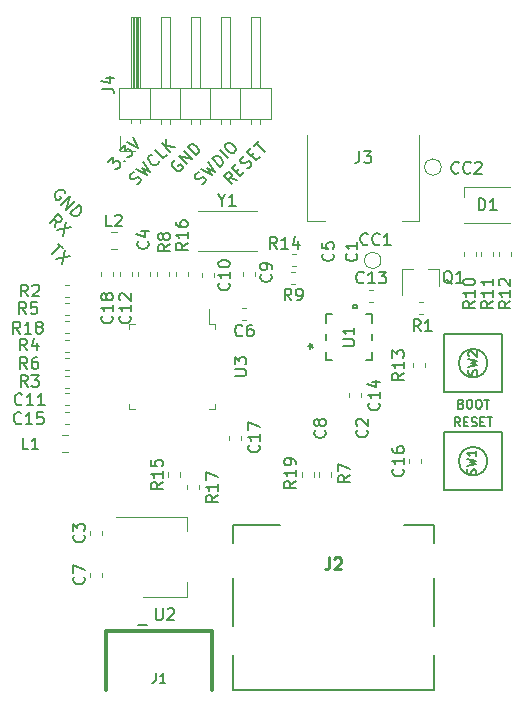
<source format=gbr>
G04 #@! TF.GenerationSoftware,KiCad,Pcbnew,(5.0.0-rc3)*
G04 #@! TF.CreationDate,2019-02-20T01:37:15+01:00*
G04 #@! TF.ProjectId,Adapter,416461707465722E6B696361645F7063,rev?*
G04 #@! TF.SameCoordinates,Original*
G04 #@! TF.FileFunction,Legend,Top*
G04 #@! TF.FilePolarity,Positive*
%FSLAX46Y46*%
G04 Gerber Fmt 4.6, Leading zero omitted, Abs format (unit mm)*
G04 Created by KiCad (PCBNEW (5.0.0-rc3)) date Wed Feb 20 01:37:15 2019*
%MOMM*%
%LPD*%
G01*
G04 APERTURE LIST*
%ADD10C,0.200000*%
%ADD11C,0.120000*%
%ADD12C,0.152400*%
%ADD13C,0.150000*%
%ADD14C,0.300000*%
%ADD15C,0.254000*%
G04 APERTURE END LIST*
D10*
X45484225Y-40655537D02*
X44911805Y-40554522D01*
X45080164Y-41059599D02*
X44373057Y-40352492D01*
X44642431Y-40083118D01*
X44743446Y-40049446D01*
X44810790Y-40049446D01*
X44911805Y-40083118D01*
X45012820Y-40184133D01*
X45046492Y-40285148D01*
X45046492Y-40352492D01*
X45012820Y-40453507D01*
X44743446Y-40722881D01*
X45416881Y-39982102D02*
X45652584Y-39746400D01*
X46123988Y-40015774D02*
X45787271Y-40352492D01*
X45080164Y-39645385D01*
X45416881Y-39308667D01*
X46359690Y-39712728D02*
X46494377Y-39645385D01*
X46662736Y-39477026D01*
X46696408Y-39376011D01*
X46696408Y-39308667D01*
X46662736Y-39207652D01*
X46595393Y-39140309D01*
X46494377Y-39106637D01*
X46427034Y-39106637D01*
X46326019Y-39140309D01*
X46157660Y-39241324D01*
X46056645Y-39274996D01*
X45989301Y-39274996D01*
X45888286Y-39241324D01*
X45820942Y-39173980D01*
X45787271Y-39072965D01*
X45787271Y-39005622D01*
X45820942Y-38904606D01*
X45989301Y-38736248D01*
X46123988Y-38668904D01*
X46730080Y-38668904D02*
X46965782Y-38433202D01*
X47437186Y-38702576D02*
X47100469Y-39039293D01*
X46393362Y-38332187D01*
X46730080Y-37995469D01*
X46932110Y-37793439D02*
X47336171Y-37389378D01*
X47841247Y-38298515D02*
X47134141Y-37591408D01*
X30984225Y-41777118D02*
X30950553Y-41676103D01*
X30849538Y-41575088D01*
X30714851Y-41507744D01*
X30580164Y-41507744D01*
X30479149Y-41541416D01*
X30310790Y-41642431D01*
X30209775Y-41743446D01*
X30108759Y-41911805D01*
X30075088Y-42012820D01*
X30075088Y-42147507D01*
X30142431Y-42282194D01*
X30209775Y-42349538D01*
X30344462Y-42416881D01*
X30411805Y-42416881D01*
X30647507Y-42181179D01*
X30512820Y-42046492D01*
X30647507Y-42787271D02*
X31354614Y-42080164D01*
X31051568Y-43191332D01*
X31758675Y-42484225D01*
X31388286Y-43528049D02*
X32095393Y-42820942D01*
X32263751Y-42989301D01*
X32331095Y-43123988D01*
X32331095Y-43258675D01*
X32297423Y-43359690D01*
X32196408Y-43528049D01*
X32095393Y-43629064D01*
X31927034Y-43730080D01*
X31826019Y-43763751D01*
X31691332Y-43763751D01*
X31556645Y-43696408D01*
X31388286Y-43528049D01*
X30348477Y-46074026D02*
X30752538Y-46478087D01*
X29843400Y-46983164D02*
X30550507Y-46276057D01*
X30920896Y-46646446D02*
X30685194Y-47824957D01*
X31392301Y-47117851D02*
X30213790Y-47353553D01*
X30062267Y-44702030D02*
X30163282Y-44129610D01*
X29658206Y-44297969D02*
X30365312Y-43590862D01*
X30634687Y-43860236D01*
X30668358Y-43961251D01*
X30668358Y-44028595D01*
X30634687Y-44129610D01*
X30533671Y-44230625D01*
X30432656Y-44264297D01*
X30365312Y-44264297D01*
X30264297Y-44230625D01*
X29994923Y-43961251D01*
X31005076Y-44230625D02*
X30769374Y-45409137D01*
X31476480Y-44702030D02*
X30297969Y-44937732D01*
X34568950Y-39156599D02*
X35006683Y-38718866D01*
X35040355Y-39223942D01*
X35141370Y-39122927D01*
X35242385Y-39089255D01*
X35309729Y-39089255D01*
X35410744Y-39122927D01*
X35579103Y-39291286D01*
X35612774Y-39392301D01*
X35612774Y-39459644D01*
X35579103Y-39560660D01*
X35377072Y-39762690D01*
X35276057Y-39796362D01*
X35208713Y-39796362D01*
X35949492Y-39055583D02*
X36016835Y-39055583D01*
X36016835Y-39122927D01*
X35949492Y-39122927D01*
X35949492Y-39055583D01*
X36016835Y-39122927D01*
X35579103Y-38146446D02*
X36016835Y-37708713D01*
X36050507Y-38213790D01*
X36151522Y-38112774D01*
X36252538Y-38079103D01*
X36319881Y-38079103D01*
X36420896Y-38112774D01*
X36589255Y-38281133D01*
X36622927Y-38382148D01*
X36622927Y-38449492D01*
X36589255Y-38550507D01*
X36387225Y-38752538D01*
X36286209Y-38786209D01*
X36218866Y-38786209D01*
X36218866Y-37506683D02*
X37161675Y-37978087D01*
X36690270Y-37035278D01*
X37012820Y-41059599D02*
X37147507Y-40992255D01*
X37315866Y-40823896D01*
X37349538Y-40722881D01*
X37349538Y-40655537D01*
X37315866Y-40554522D01*
X37248523Y-40487179D01*
X37147507Y-40453507D01*
X37080164Y-40453507D01*
X36979149Y-40487179D01*
X36810790Y-40588194D01*
X36709775Y-40621866D01*
X36642431Y-40621866D01*
X36541416Y-40588194D01*
X36474072Y-40520850D01*
X36440400Y-40419835D01*
X36440400Y-40352492D01*
X36474072Y-40251476D01*
X36642431Y-40083118D01*
X36777118Y-40015774D01*
X36979149Y-39746400D02*
X37854614Y-40285148D01*
X37484225Y-39645385D01*
X38123988Y-40015774D01*
X37585240Y-39140309D01*
X38898438Y-39106637D02*
X38898438Y-39173980D01*
X38831095Y-39308667D01*
X38763751Y-39376011D01*
X38629064Y-39443354D01*
X38494377Y-39443354D01*
X38393362Y-39409683D01*
X38225003Y-39308667D01*
X38123988Y-39207652D01*
X38022973Y-39039293D01*
X37989301Y-38938278D01*
X37989301Y-38803591D01*
X38056645Y-38668904D01*
X38123988Y-38601561D01*
X38258675Y-38534217D01*
X38326019Y-38534217D01*
X39605545Y-38534217D02*
X39268828Y-38870935D01*
X38561721Y-38163828D01*
X39841247Y-38298515D02*
X39134141Y-37591408D01*
X40245308Y-37894454D02*
X39538202Y-37793439D01*
X39538202Y-37187347D02*
X39538202Y-37995469D01*
X40277118Y-39015774D02*
X40176103Y-39049446D01*
X40075088Y-39150461D01*
X40007744Y-39285148D01*
X40007744Y-39419835D01*
X40041416Y-39520850D01*
X40142431Y-39689209D01*
X40243446Y-39790224D01*
X40411805Y-39891240D01*
X40512820Y-39924911D01*
X40647507Y-39924911D01*
X40782194Y-39857568D01*
X40849538Y-39790224D01*
X40916881Y-39655537D01*
X40916881Y-39588194D01*
X40681179Y-39352492D01*
X40546492Y-39487179D01*
X41287271Y-39352492D02*
X40580164Y-38645385D01*
X41691332Y-38948431D01*
X40984225Y-38241324D01*
X42028049Y-38611713D02*
X41320942Y-37904606D01*
X41489301Y-37736248D01*
X41623988Y-37668904D01*
X41758675Y-37668904D01*
X41859690Y-37702576D01*
X42028049Y-37803591D01*
X42129064Y-37904606D01*
X42230080Y-38072965D01*
X42263751Y-38173980D01*
X42263751Y-38308667D01*
X42196408Y-38443354D01*
X42028049Y-38611713D01*
X42512820Y-41059599D02*
X42647507Y-40992255D01*
X42815866Y-40823896D01*
X42849538Y-40722881D01*
X42849538Y-40655537D01*
X42815866Y-40554522D01*
X42748523Y-40487179D01*
X42647507Y-40453507D01*
X42580164Y-40453507D01*
X42479149Y-40487179D01*
X42310790Y-40588194D01*
X42209775Y-40621866D01*
X42142431Y-40621866D01*
X42041416Y-40588194D01*
X41974072Y-40520850D01*
X41940400Y-40419835D01*
X41940400Y-40352492D01*
X41974072Y-40251476D01*
X42142431Y-40083118D01*
X42277118Y-40015774D01*
X42479149Y-39746400D02*
X43354614Y-40285148D01*
X42984225Y-39645385D01*
X43623988Y-40015774D01*
X43085240Y-39140309D01*
X44061721Y-39578041D02*
X43354614Y-38870935D01*
X43522973Y-38702576D01*
X43657660Y-38635232D01*
X43792347Y-38635232D01*
X43893362Y-38668904D01*
X44061721Y-38769919D01*
X44162736Y-38870935D01*
X44263751Y-39039293D01*
X44297423Y-39140309D01*
X44297423Y-39274996D01*
X44230080Y-39409683D01*
X44061721Y-39578041D01*
X44768828Y-38870935D02*
X44061721Y-38163828D01*
X44533125Y-37692423D02*
X44667812Y-37557736D01*
X44768828Y-37524065D01*
X44903515Y-37524065D01*
X45071873Y-37625080D01*
X45307576Y-37860782D01*
X45408591Y-38029141D01*
X45408591Y-38163828D01*
X45374919Y-38264843D01*
X45240232Y-38399530D01*
X45139217Y-38433202D01*
X45004530Y-38433202D01*
X44836171Y-38332187D01*
X44600469Y-38096484D01*
X44499454Y-37928126D01*
X44499454Y-37793439D01*
X44533125Y-37692423D01*
D11*
G04 #@! TO.C,C3*
X34110000Y-70746267D02*
X34110000Y-70403733D01*
X33090000Y-70746267D02*
X33090000Y-70403733D01*
G04 #@! TO.C,C6*
X46296267Y-52560000D02*
X45953733Y-52560000D01*
X46296267Y-51540000D02*
X45953733Y-51540000D01*
G04 #@! TO.C,U2*
X41310000Y-76010000D02*
X41310000Y-74750000D01*
X41310000Y-69190000D02*
X41310000Y-70450000D01*
X37550000Y-76010000D02*
X41310000Y-76010000D01*
X35300000Y-69190000D02*
X41310000Y-69190000D01*
D12*
G04 #@! TO.C,U1*
X56952000Y-55952000D02*
X56952000Y-55222695D01*
X56952000Y-52048000D02*
X56472695Y-52048000D01*
X53048000Y-52048000D02*
X53048000Y-52777305D01*
X53048000Y-55952000D02*
X53527305Y-55952000D01*
X53048000Y-55222695D02*
X53048000Y-55952000D01*
X56472695Y-55952000D02*
X56952000Y-55952000D01*
X56952000Y-54277307D02*
X56952000Y-53722693D01*
X56952000Y-52777305D02*
X56952000Y-52048000D01*
X53527305Y-52048000D02*
X53048000Y-52048000D01*
X53048000Y-53722693D02*
X53048000Y-54277307D01*
X55309499Y-51298057D02*
X55690499Y-51298057D01*
X55690499Y-51298057D02*
X55690499Y-51552057D01*
X55690499Y-51552057D02*
X55309499Y-51552057D01*
X55309499Y-51552057D02*
X55309499Y-51298057D01*
D11*
G04 #@! TO.C,C11*
X30953733Y-59770000D02*
X31296267Y-59770000D01*
X30953733Y-58750000D02*
X31296267Y-58750000D01*
G04 #@! TO.C,J4*
X35550000Y-35560000D02*
X48370000Y-35560000D01*
X48370000Y-35560000D02*
X48370000Y-32900000D01*
X48370000Y-32900000D02*
X35550000Y-32900000D01*
X35550000Y-32900000D02*
X35550000Y-35560000D01*
X36500000Y-32900000D02*
X36500000Y-26900000D01*
X36500000Y-26900000D02*
X37260000Y-26900000D01*
X37260000Y-26900000D02*
X37260000Y-32900000D01*
X36560000Y-32900000D02*
X36560000Y-26900000D01*
X36680000Y-32900000D02*
X36680000Y-26900000D01*
X36800000Y-32900000D02*
X36800000Y-26900000D01*
X36920000Y-32900000D02*
X36920000Y-26900000D01*
X37040000Y-32900000D02*
X37040000Y-26900000D01*
X37160000Y-32900000D02*
X37160000Y-26900000D01*
X36500000Y-35890000D02*
X36500000Y-35560000D01*
X37260000Y-35890000D02*
X37260000Y-35560000D01*
X38150000Y-35560000D02*
X38150000Y-32900000D01*
X39040000Y-32900000D02*
X39040000Y-26900000D01*
X39040000Y-26900000D02*
X39800000Y-26900000D01*
X39800000Y-26900000D02*
X39800000Y-32900000D01*
X39040000Y-35957071D02*
X39040000Y-35560000D01*
X39800000Y-35957071D02*
X39800000Y-35560000D01*
X40690000Y-35560000D02*
X40690000Y-32900000D01*
X41580000Y-32900000D02*
X41580000Y-26900000D01*
X41580000Y-26900000D02*
X42340000Y-26900000D01*
X42340000Y-26900000D02*
X42340000Y-32900000D01*
X41580000Y-35957071D02*
X41580000Y-35560000D01*
X42340000Y-35957071D02*
X42340000Y-35560000D01*
X43230000Y-35560000D02*
X43230000Y-32900000D01*
X44120000Y-32900000D02*
X44120000Y-26900000D01*
X44120000Y-26900000D02*
X44880000Y-26900000D01*
X44880000Y-26900000D02*
X44880000Y-32900000D01*
X44120000Y-35957071D02*
X44120000Y-35560000D01*
X44880000Y-35957071D02*
X44880000Y-35560000D01*
X45770000Y-35560000D02*
X45770000Y-32900000D01*
X46660000Y-32900000D02*
X46660000Y-26900000D01*
X46660000Y-26900000D02*
X47420000Y-26900000D01*
X47420000Y-26900000D02*
X47420000Y-32900000D01*
X46660000Y-35957071D02*
X46660000Y-35560000D01*
X47420000Y-35957071D02*
X47420000Y-35560000D01*
X36880000Y-38270000D02*
X35610000Y-38270000D01*
X35610000Y-38270000D02*
X35610000Y-37000000D01*
G04 #@! TO.C,R18*
X31291267Y-52635000D02*
X30948733Y-52635000D01*
X31291267Y-53655000D02*
X30948733Y-53655000D01*
G04 #@! TO.C,R19*
X50990000Y-65796267D02*
X50990000Y-65453733D01*
X52010000Y-65796267D02*
X52010000Y-65453733D01*
G04 #@! TO.C,C13*
X57046267Y-49990000D02*
X56703733Y-49990000D01*
X57046267Y-51010000D02*
X56703733Y-51010000D01*
G04 #@! TO.C,C14*
X54990000Y-59046267D02*
X54990000Y-58703733D01*
X56010000Y-59046267D02*
X56010000Y-58703733D01*
G04 #@! TO.C,C15*
X30953733Y-61370000D02*
X31296267Y-61370000D01*
X30953733Y-60350000D02*
X31296267Y-60350000D01*
G04 #@! TO.C,C18*
X35010000Y-48478733D02*
X35010000Y-48821267D01*
X33990000Y-48478733D02*
X33990000Y-48821267D01*
G04 #@! TO.C,L2*
X34813748Y-46535000D02*
X35336252Y-46535000D01*
X34813748Y-45115000D02*
X35336252Y-45115000D01*
G04 #@! TO.C,L1*
X30713748Y-62290000D02*
X31236252Y-62290000D01*
X30713748Y-63710000D02*
X31236252Y-63710000D01*
G04 #@! TO.C,C17*
X44790000Y-62671267D02*
X44790000Y-62328733D01*
X45810000Y-62671267D02*
X45810000Y-62328733D01*
D13*
G04 #@! TO.C,SW2*
X67950000Y-58650000D02*
X63050000Y-58650000D01*
X67950000Y-53750000D02*
X67950000Y-58650000D01*
X63050000Y-53750000D02*
X67950000Y-53750000D01*
X63050000Y-58650000D02*
X63050000Y-53750000D01*
X66700000Y-56200000D02*
G75*
G03X66700000Y-56200000I-1200000J0D01*
G01*
G04 #@! TO.C,SW1*
X66700000Y-64500000D02*
G75*
G03X66700000Y-64500000I-1200000J0D01*
G01*
X63050000Y-66950000D02*
X63050000Y-62050000D01*
X63050000Y-62050000D02*
X67950000Y-62050000D01*
X67950000Y-62050000D02*
X67950000Y-66950000D01*
X67950000Y-66950000D02*
X63050000Y-66950000D01*
D11*
G04 #@! TO.C,R10*
X64690000Y-46753733D02*
X64690000Y-47096267D01*
X65710000Y-46753733D02*
X65710000Y-47096267D01*
G04 #@! TO.C,R11*
X66190000Y-46753733D02*
X66190000Y-47096267D01*
X67210000Y-46753733D02*
X67210000Y-47096267D01*
G04 #@! TO.C,R12*
X67690000Y-46753733D02*
X67690000Y-47096267D01*
X68710000Y-46753733D02*
X68710000Y-47096267D01*
G04 #@! TO.C,D1*
X64750000Y-44300000D02*
X68650000Y-44300000D01*
X64750000Y-41300000D02*
X68650000Y-41300000D01*
X64750000Y-42100000D02*
X64750000Y-41300000D01*
D13*
G04 #@! TO.C,J2*
X45189160Y-69919780D02*
X45189160Y-71419780D01*
X62189160Y-71419780D02*
X62189160Y-69919780D01*
X62189160Y-78419780D02*
X62189160Y-74419780D01*
X62189160Y-81419780D02*
X62189160Y-80919780D01*
X45189160Y-81419780D02*
X45189160Y-80919780D01*
X45189160Y-74419780D02*
X45189160Y-78419780D01*
X45189160Y-69919780D02*
X49189160Y-69919780D01*
X59689160Y-69919780D02*
X62189160Y-69919780D01*
X45189160Y-83879780D02*
X45189160Y-81419780D01*
X62189160Y-83879780D02*
X62189160Y-81419780D01*
X62139160Y-83879780D02*
X45239160Y-83879780D01*
D14*
G04 #@! TO.C,J1*
X43400000Y-78900000D02*
X43400000Y-83900000D01*
X34400000Y-78900000D02*
X43400000Y-78900000D01*
X34400000Y-79400000D02*
X34400000Y-78900000D01*
X34400000Y-83900000D02*
X34400000Y-79400000D01*
D13*
X37150000Y-78400000D02*
X37900000Y-78400000D01*
D11*
G04 #@! TO.C,R17*
X42310000Y-66896267D02*
X42310000Y-66553733D01*
X41290000Y-66896267D02*
X41290000Y-66553733D01*
G04 #@! TO.C,J3*
X60950000Y-44170000D02*
X59450000Y-44170000D01*
X60950000Y-44170000D02*
X60950000Y-36910000D01*
X51450000Y-44170000D02*
X51450000Y-36910000D01*
X52950000Y-44170000D02*
X51450000Y-44170000D01*
G04 #@! TO.C,C16*
X60090000Y-64328733D02*
X60090000Y-64671267D01*
X61110000Y-64328733D02*
X61110000Y-64671267D01*
G04 #@! TO.C,R16*
X41385000Y-48821267D02*
X41385000Y-48478733D01*
X40365000Y-48821267D02*
X40365000Y-48478733D01*
G04 #@! TO.C,Y1*
X47175000Y-43290000D02*
X42175000Y-43290000D01*
X47175000Y-46710000D02*
X42175000Y-46710000D01*
G04 #@! TO.C,R13*
X60390000Y-56203733D02*
X60390000Y-56546267D01*
X61410000Y-56203733D02*
X61410000Y-56546267D01*
G04 #@! TO.C,R14*
X50471267Y-46990000D02*
X50128733Y-46990000D01*
X50471267Y-48010000D02*
X50128733Y-48010000D01*
G04 #@! TO.C,R15*
X40710000Y-65796267D02*
X40710000Y-65453733D01*
X39690000Y-65796267D02*
X39690000Y-65453733D01*
G04 #@! TO.C,C12*
X35640000Y-48478733D02*
X35640000Y-48821267D01*
X36660000Y-48478733D02*
X36660000Y-48821267D01*
G04 #@! TO.C,C10*
X42540000Y-48528733D02*
X42540000Y-48871267D01*
X43560000Y-48528733D02*
X43560000Y-48871267D01*
G04 #@! TO.C,C9*
X45990000Y-48453733D02*
X45990000Y-48796267D01*
X47010000Y-48453733D02*
X47010000Y-48796267D01*
G04 #@! TO.C,C7*
X34110000Y-74296267D02*
X34110000Y-73953733D01*
X33090000Y-74296267D02*
X33090000Y-73953733D01*
G04 #@! TO.C,C4*
X37165000Y-48453733D02*
X37165000Y-48796267D01*
X38185000Y-48453733D02*
X38185000Y-48796267D01*
G04 #@! TO.C,Q1*
X62630000Y-48240000D02*
X62630000Y-49700000D01*
X59470000Y-48240000D02*
X59470000Y-50400000D01*
X59470000Y-48240000D02*
X60400000Y-48240000D01*
X62630000Y-48240000D02*
X61700000Y-48240000D01*
G04 #@! TO.C,R4*
X30923733Y-55230000D02*
X31266267Y-55230000D01*
X30923733Y-54210000D02*
X31266267Y-54210000D01*
G04 #@! TO.C,R5*
X31296267Y-51090000D02*
X30953733Y-51090000D01*
X31296267Y-52110000D02*
X30953733Y-52110000D01*
G04 #@! TO.C,R1*
X61296267Y-50990000D02*
X60953733Y-50990000D01*
X61296267Y-52010000D02*
X60953733Y-52010000D01*
G04 #@! TO.C,R2*
X31276267Y-49550000D02*
X30933733Y-49550000D01*
X31276267Y-50570000D02*
X30933733Y-50570000D01*
G04 #@! TO.C,R3*
X31276267Y-57270000D02*
X30933733Y-57270000D01*
X31276267Y-58290000D02*
X30933733Y-58290000D01*
G04 #@! TO.C,R7*
X53510000Y-65796267D02*
X53510000Y-65453733D01*
X52490000Y-65796267D02*
X52490000Y-65453733D01*
G04 #@! TO.C,R6*
X30918733Y-56750000D02*
X31261267Y-56750000D01*
X30918733Y-55730000D02*
X31261267Y-55730000D01*
G04 #@! TO.C,R8*
X38765000Y-48478733D02*
X38765000Y-48821267D01*
X39785000Y-48478733D02*
X39785000Y-48821267D01*
G04 #@! TO.C,R9*
X50446267Y-48490000D02*
X50103733Y-48490000D01*
X50446267Y-49510000D02*
X50103733Y-49510000D01*
G04 #@! TO.C,U3*
X43160000Y-52890000D02*
X43160000Y-51600000D01*
X43610000Y-52890000D02*
X43160000Y-52890000D01*
X43610000Y-53340000D02*
X43610000Y-52890000D01*
X43610000Y-60110000D02*
X43160000Y-60110000D01*
X43610000Y-59660000D02*
X43610000Y-60110000D01*
X36390000Y-52890000D02*
X36840000Y-52890000D01*
X36390000Y-53340000D02*
X36390000Y-52890000D01*
X36390000Y-60110000D02*
X36840000Y-60110000D01*
X36390000Y-59660000D02*
X36390000Y-60110000D01*
G04 #@! TO.C,CC2*
X62800000Y-39600000D02*
G75*
G03X62800000Y-39600000I-700000J0D01*
G01*
G04 #@! TO.C,CC1*
X57700000Y-47500000D02*
G75*
G03X57700000Y-47500000I-700000J0D01*
G01*
G04 #@! TO.C,C5*
D13*
X53607142Y-46916666D02*
X53654761Y-46964285D01*
X53702380Y-47107142D01*
X53702380Y-47202380D01*
X53654761Y-47345238D01*
X53559523Y-47440476D01*
X53464285Y-47488095D01*
X53273809Y-47535714D01*
X53130952Y-47535714D01*
X52940476Y-47488095D01*
X52845238Y-47440476D01*
X52750000Y-47345238D01*
X52702380Y-47202380D01*
X52702380Y-47107142D01*
X52750000Y-46964285D01*
X52797619Y-46916666D01*
X52702380Y-46011904D02*
X52702380Y-46488095D01*
X53178571Y-46535714D01*
X53130952Y-46488095D01*
X53083333Y-46392857D01*
X53083333Y-46154761D01*
X53130952Y-46059523D01*
X53178571Y-46011904D01*
X53273809Y-45964285D01*
X53511904Y-45964285D01*
X53607142Y-46011904D01*
X53654761Y-46059523D01*
X53702380Y-46154761D01*
X53702380Y-46392857D01*
X53654761Y-46488095D01*
X53607142Y-46535714D01*
G04 #@! TO.C,C8*
X52935142Y-61888666D02*
X52982761Y-61936285D01*
X53030380Y-62079142D01*
X53030380Y-62174380D01*
X52982761Y-62317238D01*
X52887523Y-62412476D01*
X52792285Y-62460095D01*
X52601809Y-62507714D01*
X52458952Y-62507714D01*
X52268476Y-62460095D01*
X52173238Y-62412476D01*
X52078000Y-62317238D01*
X52030380Y-62174380D01*
X52030380Y-62079142D01*
X52078000Y-61936285D01*
X52125619Y-61888666D01*
X52458952Y-61317238D02*
X52411333Y-61412476D01*
X52363714Y-61460095D01*
X52268476Y-61507714D01*
X52220857Y-61507714D01*
X52125619Y-61460095D01*
X52078000Y-61412476D01*
X52030380Y-61317238D01*
X52030380Y-61126761D01*
X52078000Y-61031523D01*
X52125619Y-60983904D01*
X52220857Y-60936285D01*
X52268476Y-60936285D01*
X52363714Y-60983904D01*
X52411333Y-61031523D01*
X52458952Y-61126761D01*
X52458952Y-61317238D01*
X52506571Y-61412476D01*
X52554190Y-61460095D01*
X52649428Y-61507714D01*
X52839904Y-61507714D01*
X52935142Y-61460095D01*
X52982761Y-61412476D01*
X53030380Y-61317238D01*
X53030380Y-61126761D01*
X52982761Y-61031523D01*
X52935142Y-60983904D01*
X52839904Y-60936285D01*
X52649428Y-60936285D01*
X52554190Y-60983904D01*
X52506571Y-61031523D01*
X52458952Y-61126761D01*
G04 #@! TO.C,C3*
X32527142Y-70741666D02*
X32574761Y-70789285D01*
X32622380Y-70932142D01*
X32622380Y-71027380D01*
X32574761Y-71170238D01*
X32479523Y-71265476D01*
X32384285Y-71313095D01*
X32193809Y-71360714D01*
X32050952Y-71360714D01*
X31860476Y-71313095D01*
X31765238Y-71265476D01*
X31670000Y-71170238D01*
X31622380Y-71027380D01*
X31622380Y-70932142D01*
X31670000Y-70789285D01*
X31717619Y-70741666D01*
X31622380Y-70408333D02*
X31622380Y-69789285D01*
X32003333Y-70122619D01*
X32003333Y-69979761D01*
X32050952Y-69884523D01*
X32098571Y-69836904D01*
X32193809Y-69789285D01*
X32431904Y-69789285D01*
X32527142Y-69836904D01*
X32574761Y-69884523D01*
X32622380Y-69979761D01*
X32622380Y-70265476D01*
X32574761Y-70360714D01*
X32527142Y-70408333D01*
G04 #@! TO.C,C6*
X45958333Y-53837142D02*
X45910714Y-53884761D01*
X45767857Y-53932380D01*
X45672619Y-53932380D01*
X45529761Y-53884761D01*
X45434523Y-53789523D01*
X45386904Y-53694285D01*
X45339285Y-53503809D01*
X45339285Y-53360952D01*
X45386904Y-53170476D01*
X45434523Y-53075238D01*
X45529761Y-52980000D01*
X45672619Y-52932380D01*
X45767857Y-52932380D01*
X45910714Y-52980000D01*
X45958333Y-53027619D01*
X46815476Y-52932380D02*
X46625000Y-52932380D01*
X46529761Y-52980000D01*
X46482142Y-53027619D01*
X46386904Y-53170476D01*
X46339285Y-53360952D01*
X46339285Y-53741904D01*
X46386904Y-53837142D01*
X46434523Y-53884761D01*
X46529761Y-53932380D01*
X46720238Y-53932380D01*
X46815476Y-53884761D01*
X46863095Y-53837142D01*
X46910714Y-53741904D01*
X46910714Y-53503809D01*
X46863095Y-53408571D01*
X46815476Y-53360952D01*
X46720238Y-53313333D01*
X46529761Y-53313333D01*
X46434523Y-53360952D01*
X46386904Y-53408571D01*
X46339285Y-53503809D01*
G04 #@! TO.C,U2*
X38638095Y-76952380D02*
X38638095Y-77761904D01*
X38685714Y-77857142D01*
X38733333Y-77904761D01*
X38828571Y-77952380D01*
X39019047Y-77952380D01*
X39114285Y-77904761D01*
X39161904Y-77857142D01*
X39209523Y-77761904D01*
X39209523Y-76952380D01*
X39638095Y-77047619D02*
X39685714Y-77000000D01*
X39780952Y-76952380D01*
X40019047Y-76952380D01*
X40114285Y-77000000D01*
X40161904Y-77047619D01*
X40209523Y-77142857D01*
X40209523Y-77238095D01*
X40161904Y-77380952D01*
X39590476Y-77952380D01*
X40209523Y-77952380D01*
G04 #@! TO.C,U1*
X54452380Y-54761904D02*
X55261904Y-54761904D01*
X55357142Y-54714285D01*
X55404761Y-54666666D01*
X55452380Y-54571428D01*
X55452380Y-54380952D01*
X55404761Y-54285714D01*
X55357142Y-54238095D01*
X55261904Y-54190476D01*
X54452380Y-54190476D01*
X55452380Y-53190476D02*
X55452380Y-53761904D01*
X55452380Y-53476190D02*
X54452380Y-53476190D01*
X54595238Y-53571428D01*
X54690476Y-53666666D01*
X54738095Y-53761904D01*
X51509038Y-54750000D02*
X51747134Y-54750000D01*
X51651896Y-54988095D02*
X51747134Y-54750000D01*
X51651896Y-54511904D01*
X51937610Y-54892857D02*
X51747134Y-54750000D01*
X51937610Y-54607142D01*
G04 #@! TO.C,C11*
X27307142Y-59667142D02*
X27259523Y-59714761D01*
X27116666Y-59762380D01*
X27021428Y-59762380D01*
X26878571Y-59714761D01*
X26783333Y-59619523D01*
X26735714Y-59524285D01*
X26688095Y-59333809D01*
X26688095Y-59190952D01*
X26735714Y-59000476D01*
X26783333Y-58905238D01*
X26878571Y-58810000D01*
X27021428Y-58762380D01*
X27116666Y-58762380D01*
X27259523Y-58810000D01*
X27307142Y-58857619D01*
X28259523Y-59762380D02*
X27688095Y-59762380D01*
X27973809Y-59762380D02*
X27973809Y-58762380D01*
X27878571Y-58905238D01*
X27783333Y-59000476D01*
X27688095Y-59048095D01*
X29211904Y-59762380D02*
X28640476Y-59762380D01*
X28926190Y-59762380D02*
X28926190Y-58762380D01*
X28830952Y-58905238D01*
X28735714Y-59000476D01*
X28640476Y-59048095D01*
G04 #@! TO.C,J4*
X34062380Y-32948333D02*
X34776666Y-32948333D01*
X34919523Y-32995952D01*
X35014761Y-33091190D01*
X35062380Y-33234047D01*
X35062380Y-33329285D01*
X34395714Y-32043571D02*
X35062380Y-32043571D01*
X34014761Y-32281666D02*
X34729047Y-32519761D01*
X34729047Y-31900714D01*
G04 #@! TO.C,R18*
X27147142Y-53692380D02*
X26813809Y-53216190D01*
X26575714Y-53692380D02*
X26575714Y-52692380D01*
X26956666Y-52692380D01*
X27051904Y-52740000D01*
X27099523Y-52787619D01*
X27147142Y-52882857D01*
X27147142Y-53025714D01*
X27099523Y-53120952D01*
X27051904Y-53168571D01*
X26956666Y-53216190D01*
X26575714Y-53216190D01*
X28099523Y-53692380D02*
X27528095Y-53692380D01*
X27813809Y-53692380D02*
X27813809Y-52692380D01*
X27718571Y-52835238D01*
X27623333Y-52930476D01*
X27528095Y-52978095D01*
X28670952Y-53120952D02*
X28575714Y-53073333D01*
X28528095Y-53025714D01*
X28480476Y-52930476D01*
X28480476Y-52882857D01*
X28528095Y-52787619D01*
X28575714Y-52740000D01*
X28670952Y-52692380D01*
X28861428Y-52692380D01*
X28956666Y-52740000D01*
X29004285Y-52787619D01*
X29051904Y-52882857D01*
X29051904Y-52930476D01*
X29004285Y-53025714D01*
X28956666Y-53073333D01*
X28861428Y-53120952D01*
X28670952Y-53120952D01*
X28575714Y-53168571D01*
X28528095Y-53216190D01*
X28480476Y-53311428D01*
X28480476Y-53501904D01*
X28528095Y-53597142D01*
X28575714Y-53644761D01*
X28670952Y-53692380D01*
X28861428Y-53692380D01*
X28956666Y-53644761D01*
X29004285Y-53597142D01*
X29051904Y-53501904D01*
X29051904Y-53311428D01*
X29004285Y-53216190D01*
X28956666Y-53168571D01*
X28861428Y-53120952D01*
G04 #@! TO.C,R19*
X50490380Y-66174857D02*
X50014190Y-66508190D01*
X50490380Y-66746285D02*
X49490380Y-66746285D01*
X49490380Y-66365333D01*
X49538000Y-66270095D01*
X49585619Y-66222476D01*
X49680857Y-66174857D01*
X49823714Y-66174857D01*
X49918952Y-66222476D01*
X49966571Y-66270095D01*
X50014190Y-66365333D01*
X50014190Y-66746285D01*
X50490380Y-65222476D02*
X50490380Y-65793904D01*
X50490380Y-65508190D02*
X49490380Y-65508190D01*
X49633238Y-65603428D01*
X49728476Y-65698666D01*
X49776095Y-65793904D01*
X50490380Y-64746285D02*
X50490380Y-64555809D01*
X50442761Y-64460571D01*
X50395142Y-64412952D01*
X50252285Y-64317714D01*
X50061809Y-64270095D01*
X49680857Y-64270095D01*
X49585619Y-64317714D01*
X49538000Y-64365333D01*
X49490380Y-64460571D01*
X49490380Y-64651047D01*
X49538000Y-64746285D01*
X49585619Y-64793904D01*
X49680857Y-64841523D01*
X49918952Y-64841523D01*
X50014190Y-64793904D01*
X50061809Y-64746285D01*
X50109428Y-64651047D01*
X50109428Y-64460571D01*
X50061809Y-64365333D01*
X50014190Y-64317714D01*
X49918952Y-64270095D01*
G04 #@! TO.C,C1*
X55607142Y-46916666D02*
X55654761Y-46964285D01*
X55702380Y-47107142D01*
X55702380Y-47202380D01*
X55654761Y-47345238D01*
X55559523Y-47440476D01*
X55464285Y-47488095D01*
X55273809Y-47535714D01*
X55130952Y-47535714D01*
X54940476Y-47488095D01*
X54845238Y-47440476D01*
X54750000Y-47345238D01*
X54702380Y-47202380D01*
X54702380Y-47107142D01*
X54750000Y-46964285D01*
X54797619Y-46916666D01*
X55702380Y-45964285D02*
X55702380Y-46535714D01*
X55702380Y-46250000D02*
X54702380Y-46250000D01*
X54845238Y-46345238D01*
X54940476Y-46440476D01*
X54988095Y-46535714D01*
G04 #@! TO.C,C13*
X56232142Y-49357142D02*
X56184523Y-49404761D01*
X56041666Y-49452380D01*
X55946428Y-49452380D01*
X55803571Y-49404761D01*
X55708333Y-49309523D01*
X55660714Y-49214285D01*
X55613095Y-49023809D01*
X55613095Y-48880952D01*
X55660714Y-48690476D01*
X55708333Y-48595238D01*
X55803571Y-48500000D01*
X55946428Y-48452380D01*
X56041666Y-48452380D01*
X56184523Y-48500000D01*
X56232142Y-48547619D01*
X57184523Y-49452380D02*
X56613095Y-49452380D01*
X56898809Y-49452380D02*
X56898809Y-48452380D01*
X56803571Y-48595238D01*
X56708333Y-48690476D01*
X56613095Y-48738095D01*
X57517857Y-48452380D02*
X58136904Y-48452380D01*
X57803571Y-48833333D01*
X57946428Y-48833333D01*
X58041666Y-48880952D01*
X58089285Y-48928571D01*
X58136904Y-49023809D01*
X58136904Y-49261904D01*
X58089285Y-49357142D01*
X58041666Y-49404761D01*
X57946428Y-49452380D01*
X57660714Y-49452380D01*
X57565476Y-49404761D01*
X57517857Y-49357142D01*
G04 #@! TO.C,C14*
X57507142Y-59570857D02*
X57554761Y-59618476D01*
X57602380Y-59761333D01*
X57602380Y-59856571D01*
X57554761Y-59999428D01*
X57459523Y-60094666D01*
X57364285Y-60142285D01*
X57173809Y-60189904D01*
X57030952Y-60189904D01*
X56840476Y-60142285D01*
X56745238Y-60094666D01*
X56650000Y-59999428D01*
X56602380Y-59856571D01*
X56602380Y-59761333D01*
X56650000Y-59618476D01*
X56697619Y-59570857D01*
X57602380Y-58618476D02*
X57602380Y-59189904D01*
X57602380Y-58904190D02*
X56602380Y-58904190D01*
X56745238Y-58999428D01*
X56840476Y-59094666D01*
X56888095Y-59189904D01*
X56935714Y-57761333D02*
X57602380Y-57761333D01*
X56554761Y-57999428D02*
X57269047Y-58237523D01*
X57269047Y-57618476D01*
G04 #@! TO.C,C15*
X27232142Y-61267142D02*
X27184523Y-61314761D01*
X27041666Y-61362380D01*
X26946428Y-61362380D01*
X26803571Y-61314761D01*
X26708333Y-61219523D01*
X26660714Y-61124285D01*
X26613095Y-60933809D01*
X26613095Y-60790952D01*
X26660714Y-60600476D01*
X26708333Y-60505238D01*
X26803571Y-60410000D01*
X26946428Y-60362380D01*
X27041666Y-60362380D01*
X27184523Y-60410000D01*
X27232142Y-60457619D01*
X28184523Y-61362380D02*
X27613095Y-61362380D01*
X27898809Y-61362380D02*
X27898809Y-60362380D01*
X27803571Y-60505238D01*
X27708333Y-60600476D01*
X27613095Y-60648095D01*
X29089285Y-60362380D02*
X28613095Y-60362380D01*
X28565476Y-60838571D01*
X28613095Y-60790952D01*
X28708333Y-60743333D01*
X28946428Y-60743333D01*
X29041666Y-60790952D01*
X29089285Y-60838571D01*
X29136904Y-60933809D01*
X29136904Y-61171904D01*
X29089285Y-61267142D01*
X29041666Y-61314761D01*
X28946428Y-61362380D01*
X28708333Y-61362380D01*
X28613095Y-61314761D01*
X28565476Y-61267142D01*
G04 #@! TO.C,C18*
X34901142Y-52204857D02*
X34948761Y-52252476D01*
X34996380Y-52395333D01*
X34996380Y-52490571D01*
X34948761Y-52633428D01*
X34853523Y-52728666D01*
X34758285Y-52776285D01*
X34567809Y-52823904D01*
X34424952Y-52823904D01*
X34234476Y-52776285D01*
X34139238Y-52728666D01*
X34044000Y-52633428D01*
X33996380Y-52490571D01*
X33996380Y-52395333D01*
X34044000Y-52252476D01*
X34091619Y-52204857D01*
X34996380Y-51252476D02*
X34996380Y-51823904D01*
X34996380Y-51538190D02*
X33996380Y-51538190D01*
X34139238Y-51633428D01*
X34234476Y-51728666D01*
X34282095Y-51823904D01*
X34424952Y-50681047D02*
X34377333Y-50776285D01*
X34329714Y-50823904D01*
X34234476Y-50871523D01*
X34186857Y-50871523D01*
X34091619Y-50823904D01*
X34044000Y-50776285D01*
X33996380Y-50681047D01*
X33996380Y-50490571D01*
X34044000Y-50395333D01*
X34091619Y-50347714D01*
X34186857Y-50300095D01*
X34234476Y-50300095D01*
X34329714Y-50347714D01*
X34377333Y-50395333D01*
X34424952Y-50490571D01*
X34424952Y-50681047D01*
X34472571Y-50776285D01*
X34520190Y-50823904D01*
X34615428Y-50871523D01*
X34805904Y-50871523D01*
X34901142Y-50823904D01*
X34948761Y-50776285D01*
X34996380Y-50681047D01*
X34996380Y-50490571D01*
X34948761Y-50395333D01*
X34901142Y-50347714D01*
X34805904Y-50300095D01*
X34615428Y-50300095D01*
X34520190Y-50347714D01*
X34472571Y-50395333D01*
X34424952Y-50490571D01*
G04 #@! TO.C,L2*
X34908333Y-44627380D02*
X34432142Y-44627380D01*
X34432142Y-43627380D01*
X35194047Y-43722619D02*
X35241666Y-43675000D01*
X35336904Y-43627380D01*
X35575000Y-43627380D01*
X35670238Y-43675000D01*
X35717857Y-43722619D01*
X35765476Y-43817857D01*
X35765476Y-43913095D01*
X35717857Y-44055952D01*
X35146428Y-44627380D01*
X35765476Y-44627380D01*
G04 #@! TO.C,L1*
X27833333Y-63502380D02*
X27357142Y-63502380D01*
X27357142Y-62502380D01*
X28690476Y-63502380D02*
X28119047Y-63502380D01*
X28404761Y-63502380D02*
X28404761Y-62502380D01*
X28309523Y-62645238D01*
X28214285Y-62740476D01*
X28119047Y-62788095D01*
G04 #@! TO.C,C17*
X47347142Y-63142857D02*
X47394761Y-63190476D01*
X47442380Y-63333333D01*
X47442380Y-63428571D01*
X47394761Y-63571428D01*
X47299523Y-63666666D01*
X47204285Y-63714285D01*
X47013809Y-63761904D01*
X46870952Y-63761904D01*
X46680476Y-63714285D01*
X46585238Y-63666666D01*
X46490000Y-63571428D01*
X46442380Y-63428571D01*
X46442380Y-63333333D01*
X46490000Y-63190476D01*
X46537619Y-63142857D01*
X47442380Y-62190476D02*
X47442380Y-62761904D01*
X47442380Y-62476190D02*
X46442380Y-62476190D01*
X46585238Y-62571428D01*
X46680476Y-62666666D01*
X46728095Y-62761904D01*
X46442380Y-61857142D02*
X46442380Y-61190476D01*
X47442380Y-61619047D01*
G04 #@! TO.C,SW2*
X65803571Y-57200000D02*
X65839285Y-57092857D01*
X65839285Y-56914285D01*
X65803571Y-56842857D01*
X65767857Y-56807142D01*
X65696428Y-56771428D01*
X65625000Y-56771428D01*
X65553571Y-56807142D01*
X65517857Y-56842857D01*
X65482142Y-56914285D01*
X65446428Y-57057142D01*
X65410714Y-57128571D01*
X65375000Y-57164285D01*
X65303571Y-57200000D01*
X65232142Y-57200000D01*
X65160714Y-57164285D01*
X65125000Y-57128571D01*
X65089285Y-57057142D01*
X65089285Y-56878571D01*
X65125000Y-56771428D01*
X65089285Y-56521428D02*
X65839285Y-56342857D01*
X65303571Y-56200000D01*
X65839285Y-56057142D01*
X65089285Y-55878571D01*
X65160714Y-55628571D02*
X65125000Y-55592857D01*
X65089285Y-55521428D01*
X65089285Y-55342857D01*
X65125000Y-55271428D01*
X65160714Y-55235714D01*
X65232142Y-55200000D01*
X65303571Y-55200000D01*
X65410714Y-55235714D01*
X65839285Y-55664285D01*
X65839285Y-55200000D01*
X64482142Y-59646428D02*
X64589285Y-59682142D01*
X64625000Y-59717857D01*
X64660714Y-59789285D01*
X64660714Y-59896428D01*
X64625000Y-59967857D01*
X64589285Y-60003571D01*
X64517857Y-60039285D01*
X64232142Y-60039285D01*
X64232142Y-59289285D01*
X64482142Y-59289285D01*
X64553571Y-59325000D01*
X64589285Y-59360714D01*
X64625000Y-59432142D01*
X64625000Y-59503571D01*
X64589285Y-59575000D01*
X64553571Y-59610714D01*
X64482142Y-59646428D01*
X64232142Y-59646428D01*
X65125000Y-59289285D02*
X65267857Y-59289285D01*
X65339285Y-59325000D01*
X65410714Y-59396428D01*
X65446428Y-59539285D01*
X65446428Y-59789285D01*
X65410714Y-59932142D01*
X65339285Y-60003571D01*
X65267857Y-60039285D01*
X65125000Y-60039285D01*
X65053571Y-60003571D01*
X64982142Y-59932142D01*
X64946428Y-59789285D01*
X64946428Y-59539285D01*
X64982142Y-59396428D01*
X65053571Y-59325000D01*
X65125000Y-59289285D01*
X65910714Y-59289285D02*
X66053571Y-59289285D01*
X66125000Y-59325000D01*
X66196428Y-59396428D01*
X66232142Y-59539285D01*
X66232142Y-59789285D01*
X66196428Y-59932142D01*
X66125000Y-60003571D01*
X66053571Y-60039285D01*
X65910714Y-60039285D01*
X65839285Y-60003571D01*
X65767857Y-59932142D01*
X65732142Y-59789285D01*
X65732142Y-59539285D01*
X65767857Y-59396428D01*
X65839285Y-59325000D01*
X65910714Y-59289285D01*
X66446428Y-59289285D02*
X66875000Y-59289285D01*
X66660714Y-60039285D02*
X66660714Y-59289285D01*
G04 #@! TO.C,SW1*
X65703571Y-65600000D02*
X65739285Y-65492857D01*
X65739285Y-65314285D01*
X65703571Y-65242857D01*
X65667857Y-65207142D01*
X65596428Y-65171428D01*
X65525000Y-65171428D01*
X65453571Y-65207142D01*
X65417857Y-65242857D01*
X65382142Y-65314285D01*
X65346428Y-65457142D01*
X65310714Y-65528571D01*
X65275000Y-65564285D01*
X65203571Y-65600000D01*
X65132142Y-65600000D01*
X65060714Y-65564285D01*
X65025000Y-65528571D01*
X64989285Y-65457142D01*
X64989285Y-65278571D01*
X65025000Y-65171428D01*
X64989285Y-64921428D02*
X65739285Y-64742857D01*
X65203571Y-64600000D01*
X65739285Y-64457142D01*
X64989285Y-64278571D01*
X65739285Y-63600000D02*
X65739285Y-64028571D01*
X65739285Y-63814285D02*
X64989285Y-63814285D01*
X65096428Y-63885714D01*
X65167857Y-63957142D01*
X65203571Y-64028571D01*
X64410714Y-61539285D02*
X64160714Y-61182142D01*
X63982142Y-61539285D02*
X63982142Y-60789285D01*
X64267857Y-60789285D01*
X64339285Y-60825000D01*
X64375000Y-60860714D01*
X64410714Y-60932142D01*
X64410714Y-61039285D01*
X64375000Y-61110714D01*
X64339285Y-61146428D01*
X64267857Y-61182142D01*
X63982142Y-61182142D01*
X64732142Y-61146428D02*
X64982142Y-61146428D01*
X65089285Y-61539285D02*
X64732142Y-61539285D01*
X64732142Y-60789285D01*
X65089285Y-60789285D01*
X65375000Y-61503571D02*
X65482142Y-61539285D01*
X65660714Y-61539285D01*
X65732142Y-61503571D01*
X65767857Y-61467857D01*
X65803571Y-61396428D01*
X65803571Y-61325000D01*
X65767857Y-61253571D01*
X65732142Y-61217857D01*
X65660714Y-61182142D01*
X65517857Y-61146428D01*
X65446428Y-61110714D01*
X65410714Y-61075000D01*
X65375000Y-61003571D01*
X65375000Y-60932142D01*
X65410714Y-60860714D01*
X65446428Y-60825000D01*
X65517857Y-60789285D01*
X65696428Y-60789285D01*
X65803571Y-60825000D01*
X66125000Y-61146428D02*
X66375000Y-61146428D01*
X66482142Y-61539285D02*
X66125000Y-61539285D01*
X66125000Y-60789285D01*
X66482142Y-60789285D01*
X66696428Y-60789285D02*
X67125000Y-60789285D01*
X66910714Y-61539285D02*
X66910714Y-60789285D01*
G04 #@! TO.C,R10*
X65652380Y-50942857D02*
X65176190Y-51276190D01*
X65652380Y-51514285D02*
X64652380Y-51514285D01*
X64652380Y-51133333D01*
X64700000Y-51038095D01*
X64747619Y-50990476D01*
X64842857Y-50942857D01*
X64985714Y-50942857D01*
X65080952Y-50990476D01*
X65128571Y-51038095D01*
X65176190Y-51133333D01*
X65176190Y-51514285D01*
X65652380Y-49990476D02*
X65652380Y-50561904D01*
X65652380Y-50276190D02*
X64652380Y-50276190D01*
X64795238Y-50371428D01*
X64890476Y-50466666D01*
X64938095Y-50561904D01*
X64652380Y-49371428D02*
X64652380Y-49276190D01*
X64700000Y-49180952D01*
X64747619Y-49133333D01*
X64842857Y-49085714D01*
X65033333Y-49038095D01*
X65271428Y-49038095D01*
X65461904Y-49085714D01*
X65557142Y-49133333D01*
X65604761Y-49180952D01*
X65652380Y-49276190D01*
X65652380Y-49371428D01*
X65604761Y-49466666D01*
X65557142Y-49514285D01*
X65461904Y-49561904D01*
X65271428Y-49609523D01*
X65033333Y-49609523D01*
X64842857Y-49561904D01*
X64747619Y-49514285D01*
X64700000Y-49466666D01*
X64652380Y-49371428D01*
G04 #@! TO.C,R11*
X67152380Y-50942857D02*
X66676190Y-51276190D01*
X67152380Y-51514285D02*
X66152380Y-51514285D01*
X66152380Y-51133333D01*
X66200000Y-51038095D01*
X66247619Y-50990476D01*
X66342857Y-50942857D01*
X66485714Y-50942857D01*
X66580952Y-50990476D01*
X66628571Y-51038095D01*
X66676190Y-51133333D01*
X66676190Y-51514285D01*
X67152380Y-49990476D02*
X67152380Y-50561904D01*
X67152380Y-50276190D02*
X66152380Y-50276190D01*
X66295238Y-50371428D01*
X66390476Y-50466666D01*
X66438095Y-50561904D01*
X67152380Y-49038095D02*
X67152380Y-49609523D01*
X67152380Y-49323809D02*
X66152380Y-49323809D01*
X66295238Y-49419047D01*
X66390476Y-49514285D01*
X66438095Y-49609523D01*
G04 #@! TO.C,R12*
X68652380Y-50942857D02*
X68176190Y-51276190D01*
X68652380Y-51514285D02*
X67652380Y-51514285D01*
X67652380Y-51133333D01*
X67700000Y-51038095D01*
X67747619Y-50990476D01*
X67842857Y-50942857D01*
X67985714Y-50942857D01*
X68080952Y-50990476D01*
X68128571Y-51038095D01*
X68176190Y-51133333D01*
X68176190Y-51514285D01*
X68652380Y-49990476D02*
X68652380Y-50561904D01*
X68652380Y-50276190D02*
X67652380Y-50276190D01*
X67795238Y-50371428D01*
X67890476Y-50466666D01*
X67938095Y-50561904D01*
X67747619Y-49609523D02*
X67700000Y-49561904D01*
X67652380Y-49466666D01*
X67652380Y-49228571D01*
X67700000Y-49133333D01*
X67747619Y-49085714D01*
X67842857Y-49038095D01*
X67938095Y-49038095D01*
X68080952Y-49085714D01*
X68652380Y-49657142D01*
X68652380Y-49038095D01*
G04 #@! TO.C,D1*
X65961904Y-43252380D02*
X65961904Y-42252380D01*
X66200000Y-42252380D01*
X66342857Y-42300000D01*
X66438095Y-42395238D01*
X66485714Y-42490476D01*
X66533333Y-42680952D01*
X66533333Y-42823809D01*
X66485714Y-43014285D01*
X66438095Y-43109523D01*
X66342857Y-43204761D01*
X66200000Y-43252380D01*
X65961904Y-43252380D01*
X67485714Y-43252380D02*
X66914285Y-43252380D01*
X67200000Y-43252380D02*
X67200000Y-42252380D01*
X67104761Y-42395238D01*
X67009523Y-42490476D01*
X66914285Y-42538095D01*
G04 #@! TO.C,J2*
D15*
X53311333Y-72643619D02*
X53311333Y-73369333D01*
X53262952Y-73514476D01*
X53166190Y-73611238D01*
X53021047Y-73659619D01*
X52924285Y-73659619D01*
X53746761Y-72740380D02*
X53795142Y-72692000D01*
X53891904Y-72643619D01*
X54133809Y-72643619D01*
X54230571Y-72692000D01*
X54278952Y-72740380D01*
X54327333Y-72837142D01*
X54327333Y-72933904D01*
X54278952Y-73079047D01*
X53698380Y-73659619D01*
X54327333Y-73659619D01*
G04 #@! TO.C,J1*
D13*
X38633333Y-82461904D02*
X38633333Y-83033333D01*
X38595238Y-83147619D01*
X38519047Y-83223809D01*
X38404761Y-83261904D01*
X38328571Y-83261904D01*
X39433333Y-83261904D02*
X38976190Y-83261904D01*
X39204761Y-83261904D02*
X39204761Y-82461904D01*
X39128571Y-82576190D01*
X39052380Y-82652380D01*
X38976190Y-82690476D01*
G04 #@! TO.C,R17*
X43886380Y-67367857D02*
X43410190Y-67701190D01*
X43886380Y-67939285D02*
X42886380Y-67939285D01*
X42886380Y-67558333D01*
X42934000Y-67463095D01*
X42981619Y-67415476D01*
X43076857Y-67367857D01*
X43219714Y-67367857D01*
X43314952Y-67415476D01*
X43362571Y-67463095D01*
X43410190Y-67558333D01*
X43410190Y-67939285D01*
X43886380Y-66415476D02*
X43886380Y-66986904D01*
X43886380Y-66701190D02*
X42886380Y-66701190D01*
X43029238Y-66796428D01*
X43124476Y-66891666D01*
X43172095Y-66986904D01*
X42886380Y-66082142D02*
X42886380Y-65415476D01*
X43886380Y-65844047D01*
G04 #@! TO.C,J3*
X55866666Y-38252380D02*
X55866666Y-38966666D01*
X55819047Y-39109523D01*
X55723809Y-39204761D01*
X55580952Y-39252380D01*
X55485714Y-39252380D01*
X56247619Y-38252380D02*
X56866666Y-38252380D01*
X56533333Y-38633333D01*
X56676190Y-38633333D01*
X56771428Y-38680952D01*
X56819047Y-38728571D01*
X56866666Y-38823809D01*
X56866666Y-39061904D01*
X56819047Y-39157142D01*
X56771428Y-39204761D01*
X56676190Y-39252380D01*
X56390476Y-39252380D01*
X56295238Y-39204761D01*
X56247619Y-39157142D01*
G04 #@! TO.C,C16*
X59539142Y-65158857D02*
X59586761Y-65206476D01*
X59634380Y-65349333D01*
X59634380Y-65444571D01*
X59586761Y-65587428D01*
X59491523Y-65682666D01*
X59396285Y-65730285D01*
X59205809Y-65777904D01*
X59062952Y-65777904D01*
X58872476Y-65730285D01*
X58777238Y-65682666D01*
X58682000Y-65587428D01*
X58634380Y-65444571D01*
X58634380Y-65349333D01*
X58682000Y-65206476D01*
X58729619Y-65158857D01*
X59634380Y-64206476D02*
X59634380Y-64777904D01*
X59634380Y-64492190D02*
X58634380Y-64492190D01*
X58777238Y-64587428D01*
X58872476Y-64682666D01*
X58920095Y-64777904D01*
X58634380Y-63349333D02*
X58634380Y-63539809D01*
X58682000Y-63635047D01*
X58729619Y-63682666D01*
X58872476Y-63777904D01*
X59062952Y-63825523D01*
X59443904Y-63825523D01*
X59539142Y-63777904D01*
X59586761Y-63730285D01*
X59634380Y-63635047D01*
X59634380Y-63444571D01*
X59586761Y-63349333D01*
X59539142Y-63301714D01*
X59443904Y-63254095D01*
X59205809Y-63254095D01*
X59110571Y-63301714D01*
X59062952Y-63349333D01*
X59015333Y-63444571D01*
X59015333Y-63635047D01*
X59062952Y-63730285D01*
X59110571Y-63777904D01*
X59205809Y-63825523D01*
G04 #@! TO.C,R16*
X41327380Y-46017857D02*
X40851190Y-46351190D01*
X41327380Y-46589285D02*
X40327380Y-46589285D01*
X40327380Y-46208333D01*
X40375000Y-46113095D01*
X40422619Y-46065476D01*
X40517857Y-46017857D01*
X40660714Y-46017857D01*
X40755952Y-46065476D01*
X40803571Y-46113095D01*
X40851190Y-46208333D01*
X40851190Y-46589285D01*
X41327380Y-45065476D02*
X41327380Y-45636904D01*
X41327380Y-45351190D02*
X40327380Y-45351190D01*
X40470238Y-45446428D01*
X40565476Y-45541666D01*
X40613095Y-45636904D01*
X40327380Y-44208333D02*
X40327380Y-44398809D01*
X40375000Y-44494047D01*
X40422619Y-44541666D01*
X40565476Y-44636904D01*
X40755952Y-44684523D01*
X41136904Y-44684523D01*
X41232142Y-44636904D01*
X41279761Y-44589285D01*
X41327380Y-44494047D01*
X41327380Y-44303571D01*
X41279761Y-44208333D01*
X41232142Y-44160714D01*
X41136904Y-44113095D01*
X40898809Y-44113095D01*
X40803571Y-44160714D01*
X40755952Y-44208333D01*
X40708333Y-44303571D01*
X40708333Y-44494047D01*
X40755952Y-44589285D01*
X40803571Y-44636904D01*
X40898809Y-44684523D01*
G04 #@! TO.C,Y1*
X44198809Y-42394190D02*
X44198809Y-42870380D01*
X43865476Y-41870380D02*
X44198809Y-42394190D01*
X44532142Y-41870380D01*
X45389285Y-42870380D02*
X44817857Y-42870380D01*
X45103571Y-42870380D02*
X45103571Y-41870380D01*
X45008333Y-42013238D01*
X44913095Y-42108476D01*
X44817857Y-42156095D01*
G04 #@! TO.C,C2*
X56491142Y-61867906D02*
X56538761Y-61915525D01*
X56586380Y-62058382D01*
X56586380Y-62153620D01*
X56538761Y-62296478D01*
X56443523Y-62391716D01*
X56348285Y-62439335D01*
X56157809Y-62486954D01*
X56014952Y-62486954D01*
X55824476Y-62439335D01*
X55729238Y-62391716D01*
X55634000Y-62296478D01*
X55586380Y-62153620D01*
X55586380Y-62058382D01*
X55634000Y-61915525D01*
X55681619Y-61867906D01*
X55681619Y-61486954D02*
X55634000Y-61439335D01*
X55586380Y-61344097D01*
X55586380Y-61106001D01*
X55634000Y-61010763D01*
X55681619Y-60963144D01*
X55776857Y-60915525D01*
X55872095Y-60915525D01*
X56014952Y-60963144D01*
X56586380Y-61534573D01*
X56586380Y-60915525D01*
G04 #@! TO.C,R13*
X59634380Y-57030857D02*
X59158190Y-57364190D01*
X59634380Y-57602285D02*
X58634380Y-57602285D01*
X58634380Y-57221333D01*
X58682000Y-57126095D01*
X58729619Y-57078476D01*
X58824857Y-57030857D01*
X58967714Y-57030857D01*
X59062952Y-57078476D01*
X59110571Y-57126095D01*
X59158190Y-57221333D01*
X59158190Y-57602285D01*
X59634380Y-56078476D02*
X59634380Y-56649904D01*
X59634380Y-56364190D02*
X58634380Y-56364190D01*
X58777238Y-56459428D01*
X58872476Y-56554666D01*
X58920095Y-56649904D01*
X58634380Y-55745142D02*
X58634380Y-55126095D01*
X59015333Y-55459428D01*
X59015333Y-55316571D01*
X59062952Y-55221333D01*
X59110571Y-55173714D01*
X59205809Y-55126095D01*
X59443904Y-55126095D01*
X59539142Y-55173714D01*
X59586761Y-55221333D01*
X59634380Y-55316571D01*
X59634380Y-55602285D01*
X59586761Y-55697523D01*
X59539142Y-55745142D01*
G04 #@! TO.C,R14*
X48887142Y-46519380D02*
X48553809Y-46043190D01*
X48315714Y-46519380D02*
X48315714Y-45519380D01*
X48696666Y-45519380D01*
X48791904Y-45567000D01*
X48839523Y-45614619D01*
X48887142Y-45709857D01*
X48887142Y-45852714D01*
X48839523Y-45947952D01*
X48791904Y-45995571D01*
X48696666Y-46043190D01*
X48315714Y-46043190D01*
X49839523Y-46519380D02*
X49268095Y-46519380D01*
X49553809Y-46519380D02*
X49553809Y-45519380D01*
X49458571Y-45662238D01*
X49363333Y-45757476D01*
X49268095Y-45805095D01*
X50696666Y-45852714D02*
X50696666Y-46519380D01*
X50458571Y-45471761D02*
X50220476Y-46186047D01*
X50839523Y-46186047D01*
G04 #@! TO.C,R15*
X39222380Y-66267857D02*
X38746190Y-66601190D01*
X39222380Y-66839285D02*
X38222380Y-66839285D01*
X38222380Y-66458333D01*
X38270000Y-66363095D01*
X38317619Y-66315476D01*
X38412857Y-66267857D01*
X38555714Y-66267857D01*
X38650952Y-66315476D01*
X38698571Y-66363095D01*
X38746190Y-66458333D01*
X38746190Y-66839285D01*
X39222380Y-65315476D02*
X39222380Y-65886904D01*
X39222380Y-65601190D02*
X38222380Y-65601190D01*
X38365238Y-65696428D01*
X38460476Y-65791666D01*
X38508095Y-65886904D01*
X38222380Y-64410714D02*
X38222380Y-64886904D01*
X38698571Y-64934523D01*
X38650952Y-64886904D01*
X38603333Y-64791666D01*
X38603333Y-64553571D01*
X38650952Y-64458333D01*
X38698571Y-64410714D01*
X38793809Y-64363095D01*
X39031904Y-64363095D01*
X39127142Y-64410714D01*
X39174761Y-64458333D01*
X39222380Y-64553571D01*
X39222380Y-64791666D01*
X39174761Y-64886904D01*
X39127142Y-64934523D01*
G04 #@! TO.C,C12*
X36425142Y-52204857D02*
X36472761Y-52252476D01*
X36520380Y-52395333D01*
X36520380Y-52490571D01*
X36472761Y-52633428D01*
X36377523Y-52728666D01*
X36282285Y-52776285D01*
X36091809Y-52823904D01*
X35948952Y-52823904D01*
X35758476Y-52776285D01*
X35663238Y-52728666D01*
X35568000Y-52633428D01*
X35520380Y-52490571D01*
X35520380Y-52395333D01*
X35568000Y-52252476D01*
X35615619Y-52204857D01*
X36520380Y-51252476D02*
X36520380Y-51823904D01*
X36520380Y-51538190D02*
X35520380Y-51538190D01*
X35663238Y-51633428D01*
X35758476Y-51728666D01*
X35806095Y-51823904D01*
X35615619Y-50871523D02*
X35568000Y-50823904D01*
X35520380Y-50728666D01*
X35520380Y-50490571D01*
X35568000Y-50395333D01*
X35615619Y-50347714D01*
X35710857Y-50300095D01*
X35806095Y-50300095D01*
X35948952Y-50347714D01*
X36520380Y-50919142D01*
X36520380Y-50300095D01*
G04 #@! TO.C,C10*
X44807142Y-49410857D02*
X44854761Y-49458476D01*
X44902380Y-49601333D01*
X44902380Y-49696571D01*
X44854761Y-49839428D01*
X44759523Y-49934666D01*
X44664285Y-49982285D01*
X44473809Y-50029904D01*
X44330952Y-50029904D01*
X44140476Y-49982285D01*
X44045238Y-49934666D01*
X43950000Y-49839428D01*
X43902380Y-49696571D01*
X43902380Y-49601333D01*
X43950000Y-49458476D01*
X43997619Y-49410857D01*
X44902380Y-48458476D02*
X44902380Y-49029904D01*
X44902380Y-48744190D02*
X43902380Y-48744190D01*
X44045238Y-48839428D01*
X44140476Y-48934666D01*
X44188095Y-49029904D01*
X43902380Y-47839428D02*
X43902380Y-47744190D01*
X43950000Y-47648952D01*
X43997619Y-47601333D01*
X44092857Y-47553714D01*
X44283333Y-47506095D01*
X44521428Y-47506095D01*
X44711904Y-47553714D01*
X44807142Y-47601333D01*
X44854761Y-47648952D01*
X44902380Y-47744190D01*
X44902380Y-47839428D01*
X44854761Y-47934666D01*
X44807142Y-47982285D01*
X44711904Y-48029904D01*
X44521428Y-48077523D01*
X44283333Y-48077523D01*
X44092857Y-48029904D01*
X43997619Y-47982285D01*
X43950000Y-47934666D01*
X43902380Y-47839428D01*
G04 #@! TO.C,C9*
X48363142Y-48680666D02*
X48410761Y-48728285D01*
X48458380Y-48871142D01*
X48458380Y-48966380D01*
X48410761Y-49109238D01*
X48315523Y-49204476D01*
X48220285Y-49252095D01*
X48029809Y-49299714D01*
X47886952Y-49299714D01*
X47696476Y-49252095D01*
X47601238Y-49204476D01*
X47506000Y-49109238D01*
X47458380Y-48966380D01*
X47458380Y-48871142D01*
X47506000Y-48728285D01*
X47553619Y-48680666D01*
X48458380Y-48204476D02*
X48458380Y-48014000D01*
X48410761Y-47918761D01*
X48363142Y-47871142D01*
X48220285Y-47775904D01*
X48029809Y-47728285D01*
X47648857Y-47728285D01*
X47553619Y-47775904D01*
X47506000Y-47823523D01*
X47458380Y-47918761D01*
X47458380Y-48109238D01*
X47506000Y-48204476D01*
X47553619Y-48252095D01*
X47648857Y-48299714D01*
X47886952Y-48299714D01*
X47982190Y-48252095D01*
X48029809Y-48204476D01*
X48077428Y-48109238D01*
X48077428Y-47918761D01*
X48029809Y-47823523D01*
X47982190Y-47775904D01*
X47886952Y-47728285D01*
G04 #@! TO.C,C7*
X32527142Y-74291666D02*
X32574761Y-74339285D01*
X32622380Y-74482142D01*
X32622380Y-74577380D01*
X32574761Y-74720238D01*
X32479523Y-74815476D01*
X32384285Y-74863095D01*
X32193809Y-74910714D01*
X32050952Y-74910714D01*
X31860476Y-74863095D01*
X31765238Y-74815476D01*
X31670000Y-74720238D01*
X31622380Y-74577380D01*
X31622380Y-74482142D01*
X31670000Y-74339285D01*
X31717619Y-74291666D01*
X31622380Y-73958333D02*
X31622380Y-73291666D01*
X32622380Y-73720238D01*
G04 #@! TO.C,C4*
X37949142Y-45886666D02*
X37996761Y-45934285D01*
X38044380Y-46077142D01*
X38044380Y-46172380D01*
X37996761Y-46315238D01*
X37901523Y-46410476D01*
X37806285Y-46458095D01*
X37615809Y-46505714D01*
X37472952Y-46505714D01*
X37282476Y-46458095D01*
X37187238Y-46410476D01*
X37092000Y-46315238D01*
X37044380Y-46172380D01*
X37044380Y-46077142D01*
X37092000Y-45934285D01*
X37139619Y-45886666D01*
X37377714Y-45029523D02*
X38044380Y-45029523D01*
X36996761Y-45267619D02*
X37711047Y-45505714D01*
X37711047Y-44886666D01*
G04 #@! TO.C,Q1*
X63730761Y-49491619D02*
X63635523Y-49444000D01*
X63540285Y-49348761D01*
X63397428Y-49205904D01*
X63302190Y-49158285D01*
X63206952Y-49158285D01*
X63254571Y-49396380D02*
X63159333Y-49348761D01*
X63064095Y-49253523D01*
X63016476Y-49063047D01*
X63016476Y-48729714D01*
X63064095Y-48539238D01*
X63159333Y-48444000D01*
X63254571Y-48396380D01*
X63445047Y-48396380D01*
X63540285Y-48444000D01*
X63635523Y-48539238D01*
X63683142Y-48729714D01*
X63683142Y-49063047D01*
X63635523Y-49253523D01*
X63540285Y-49348761D01*
X63445047Y-49396380D01*
X63254571Y-49396380D01*
X64635523Y-49396380D02*
X64064095Y-49396380D01*
X64349809Y-49396380D02*
X64349809Y-48396380D01*
X64254571Y-48539238D01*
X64159333Y-48634476D01*
X64064095Y-48682095D01*
G04 #@! TO.C,R4*
X27733333Y-55122380D02*
X27400000Y-54646190D01*
X27161904Y-55122380D02*
X27161904Y-54122380D01*
X27542857Y-54122380D01*
X27638095Y-54170000D01*
X27685714Y-54217619D01*
X27733333Y-54312857D01*
X27733333Y-54455714D01*
X27685714Y-54550952D01*
X27638095Y-54598571D01*
X27542857Y-54646190D01*
X27161904Y-54646190D01*
X28590476Y-54455714D02*
X28590476Y-55122380D01*
X28352380Y-54074761D02*
X28114285Y-54789047D01*
X28733333Y-54789047D01*
G04 #@! TO.C,R5*
X27653333Y-52042380D02*
X27320000Y-51566190D01*
X27081904Y-52042380D02*
X27081904Y-51042380D01*
X27462857Y-51042380D01*
X27558095Y-51090000D01*
X27605714Y-51137619D01*
X27653333Y-51232857D01*
X27653333Y-51375714D01*
X27605714Y-51470952D01*
X27558095Y-51518571D01*
X27462857Y-51566190D01*
X27081904Y-51566190D01*
X28558095Y-51042380D02*
X28081904Y-51042380D01*
X28034285Y-51518571D01*
X28081904Y-51470952D01*
X28177142Y-51423333D01*
X28415238Y-51423333D01*
X28510476Y-51470952D01*
X28558095Y-51518571D01*
X28605714Y-51613809D01*
X28605714Y-51851904D01*
X28558095Y-51947142D01*
X28510476Y-51994761D01*
X28415238Y-52042380D01*
X28177142Y-52042380D01*
X28081904Y-51994761D01*
X28034285Y-51947142D01*
G04 #@! TO.C,R1*
X61047333Y-53493380D02*
X60714000Y-53017190D01*
X60475904Y-53493380D02*
X60475904Y-52493380D01*
X60856857Y-52493380D01*
X60952095Y-52541000D01*
X60999714Y-52588619D01*
X61047333Y-52683857D01*
X61047333Y-52826714D01*
X60999714Y-52921952D01*
X60952095Y-52969571D01*
X60856857Y-53017190D01*
X60475904Y-53017190D01*
X61999714Y-53493380D02*
X61428285Y-53493380D01*
X61714000Y-53493380D02*
X61714000Y-52493380D01*
X61618761Y-52636238D01*
X61523523Y-52731476D01*
X61428285Y-52779095D01*
G04 #@! TO.C,R2*
X27803333Y-50552380D02*
X27470000Y-50076190D01*
X27231904Y-50552380D02*
X27231904Y-49552380D01*
X27612857Y-49552380D01*
X27708095Y-49600000D01*
X27755714Y-49647619D01*
X27803333Y-49742857D01*
X27803333Y-49885714D01*
X27755714Y-49980952D01*
X27708095Y-50028571D01*
X27612857Y-50076190D01*
X27231904Y-50076190D01*
X28184285Y-49647619D02*
X28231904Y-49600000D01*
X28327142Y-49552380D01*
X28565238Y-49552380D01*
X28660476Y-49600000D01*
X28708095Y-49647619D01*
X28755714Y-49742857D01*
X28755714Y-49838095D01*
X28708095Y-49980952D01*
X28136666Y-50552380D01*
X28755714Y-50552380D01*
G04 #@! TO.C,R3*
X27773333Y-58212380D02*
X27440000Y-57736190D01*
X27201904Y-58212380D02*
X27201904Y-57212380D01*
X27582857Y-57212380D01*
X27678095Y-57260000D01*
X27725714Y-57307619D01*
X27773333Y-57402857D01*
X27773333Y-57545714D01*
X27725714Y-57640952D01*
X27678095Y-57688571D01*
X27582857Y-57736190D01*
X27201904Y-57736190D01*
X28106666Y-57212380D02*
X28725714Y-57212380D01*
X28392380Y-57593333D01*
X28535238Y-57593333D01*
X28630476Y-57640952D01*
X28678095Y-57688571D01*
X28725714Y-57783809D01*
X28725714Y-58021904D01*
X28678095Y-58117142D01*
X28630476Y-58164761D01*
X28535238Y-58212380D01*
X28249523Y-58212380D01*
X28154285Y-58164761D01*
X28106666Y-58117142D01*
G04 #@! TO.C,R7*
X55062380Y-65698666D02*
X54586190Y-66032000D01*
X55062380Y-66270095D02*
X54062380Y-66270095D01*
X54062380Y-65889142D01*
X54110000Y-65793904D01*
X54157619Y-65746285D01*
X54252857Y-65698666D01*
X54395714Y-65698666D01*
X54490952Y-65746285D01*
X54538571Y-65793904D01*
X54586190Y-65889142D01*
X54586190Y-66270095D01*
X54062380Y-65365333D02*
X54062380Y-64698666D01*
X55062380Y-65127238D01*
G04 #@! TO.C,R6*
X27743333Y-56692380D02*
X27410000Y-56216190D01*
X27171904Y-56692380D02*
X27171904Y-55692380D01*
X27552857Y-55692380D01*
X27648095Y-55740000D01*
X27695714Y-55787619D01*
X27743333Y-55882857D01*
X27743333Y-56025714D01*
X27695714Y-56120952D01*
X27648095Y-56168571D01*
X27552857Y-56216190D01*
X27171904Y-56216190D01*
X28600476Y-55692380D02*
X28410000Y-55692380D01*
X28314761Y-55740000D01*
X28267142Y-55787619D01*
X28171904Y-55930476D01*
X28124285Y-56120952D01*
X28124285Y-56501904D01*
X28171904Y-56597142D01*
X28219523Y-56644761D01*
X28314761Y-56692380D01*
X28505238Y-56692380D01*
X28600476Y-56644761D01*
X28648095Y-56597142D01*
X28695714Y-56501904D01*
X28695714Y-56263809D01*
X28648095Y-56168571D01*
X28600476Y-56120952D01*
X28505238Y-56073333D01*
X28314761Y-56073333D01*
X28219523Y-56120952D01*
X28171904Y-56168571D01*
X28124285Y-56263809D01*
G04 #@! TO.C,R8*
X39822380Y-46140666D02*
X39346190Y-46474000D01*
X39822380Y-46712095D02*
X38822380Y-46712095D01*
X38822380Y-46331142D01*
X38870000Y-46235904D01*
X38917619Y-46188285D01*
X39012857Y-46140666D01*
X39155714Y-46140666D01*
X39250952Y-46188285D01*
X39298571Y-46235904D01*
X39346190Y-46331142D01*
X39346190Y-46712095D01*
X39250952Y-45569238D02*
X39203333Y-45664476D01*
X39155714Y-45712095D01*
X39060476Y-45759714D01*
X39012857Y-45759714D01*
X38917619Y-45712095D01*
X38870000Y-45664476D01*
X38822380Y-45569238D01*
X38822380Y-45378761D01*
X38870000Y-45283523D01*
X38917619Y-45235904D01*
X39012857Y-45188285D01*
X39060476Y-45188285D01*
X39155714Y-45235904D01*
X39203333Y-45283523D01*
X39250952Y-45378761D01*
X39250952Y-45569238D01*
X39298571Y-45664476D01*
X39346190Y-45712095D01*
X39441428Y-45759714D01*
X39631904Y-45759714D01*
X39727142Y-45712095D01*
X39774761Y-45664476D01*
X39822380Y-45569238D01*
X39822380Y-45378761D01*
X39774761Y-45283523D01*
X39727142Y-45235904D01*
X39631904Y-45188285D01*
X39441428Y-45188285D01*
X39346190Y-45235904D01*
X39298571Y-45283523D01*
X39250952Y-45378761D01*
G04 #@! TO.C,R9*
X50108333Y-50882380D02*
X49775000Y-50406190D01*
X49536904Y-50882380D02*
X49536904Y-49882380D01*
X49917857Y-49882380D01*
X50013095Y-49930000D01*
X50060714Y-49977619D01*
X50108333Y-50072857D01*
X50108333Y-50215714D01*
X50060714Y-50310952D01*
X50013095Y-50358571D01*
X49917857Y-50406190D01*
X49536904Y-50406190D01*
X50584523Y-50882380D02*
X50775000Y-50882380D01*
X50870238Y-50834761D01*
X50917857Y-50787142D01*
X51013095Y-50644285D01*
X51060714Y-50453809D01*
X51060714Y-50072857D01*
X51013095Y-49977619D01*
X50965476Y-49930000D01*
X50870238Y-49882380D01*
X50679761Y-49882380D01*
X50584523Y-49930000D01*
X50536904Y-49977619D01*
X50489285Y-50072857D01*
X50489285Y-50310952D01*
X50536904Y-50406190D01*
X50584523Y-50453809D01*
X50679761Y-50501428D01*
X50870238Y-50501428D01*
X50965476Y-50453809D01*
X51013095Y-50406190D01*
X51060714Y-50310952D01*
G04 #@! TO.C,U3*
X45302380Y-57261904D02*
X46111904Y-57261904D01*
X46207142Y-57214285D01*
X46254761Y-57166666D01*
X46302380Y-57071428D01*
X46302380Y-56880952D01*
X46254761Y-56785714D01*
X46207142Y-56738095D01*
X46111904Y-56690476D01*
X45302380Y-56690476D01*
X45302380Y-56309523D02*
X45302380Y-55690476D01*
X45683333Y-56023809D01*
X45683333Y-55880952D01*
X45730952Y-55785714D01*
X45778571Y-55738095D01*
X45873809Y-55690476D01*
X46111904Y-55690476D01*
X46207142Y-55738095D01*
X46254761Y-55785714D01*
X46302380Y-55880952D01*
X46302380Y-56166666D01*
X46254761Y-56261904D01*
X46207142Y-56309523D01*
G04 #@! TO.C,CC2*
X64283333Y-40057142D02*
X64235714Y-40104761D01*
X64092857Y-40152380D01*
X63997619Y-40152380D01*
X63854761Y-40104761D01*
X63759523Y-40009523D01*
X63711904Y-39914285D01*
X63664285Y-39723809D01*
X63664285Y-39580952D01*
X63711904Y-39390476D01*
X63759523Y-39295238D01*
X63854761Y-39200000D01*
X63997619Y-39152380D01*
X64092857Y-39152380D01*
X64235714Y-39200000D01*
X64283333Y-39247619D01*
X65283333Y-40057142D02*
X65235714Y-40104761D01*
X65092857Y-40152380D01*
X64997619Y-40152380D01*
X64854761Y-40104761D01*
X64759523Y-40009523D01*
X64711904Y-39914285D01*
X64664285Y-39723809D01*
X64664285Y-39580952D01*
X64711904Y-39390476D01*
X64759523Y-39295238D01*
X64854761Y-39200000D01*
X64997619Y-39152380D01*
X65092857Y-39152380D01*
X65235714Y-39200000D01*
X65283333Y-39247619D01*
X65664285Y-39247619D02*
X65711904Y-39200000D01*
X65807142Y-39152380D01*
X66045238Y-39152380D01*
X66140476Y-39200000D01*
X66188095Y-39247619D01*
X66235714Y-39342857D01*
X66235714Y-39438095D01*
X66188095Y-39580952D01*
X65616666Y-40152380D01*
X66235714Y-40152380D01*
G04 #@! TO.C,CC1*
X56583333Y-46107142D02*
X56535714Y-46154761D01*
X56392857Y-46202380D01*
X56297619Y-46202380D01*
X56154761Y-46154761D01*
X56059523Y-46059523D01*
X56011904Y-45964285D01*
X55964285Y-45773809D01*
X55964285Y-45630952D01*
X56011904Y-45440476D01*
X56059523Y-45345238D01*
X56154761Y-45250000D01*
X56297619Y-45202380D01*
X56392857Y-45202380D01*
X56535714Y-45250000D01*
X56583333Y-45297619D01*
X57583333Y-46107142D02*
X57535714Y-46154761D01*
X57392857Y-46202380D01*
X57297619Y-46202380D01*
X57154761Y-46154761D01*
X57059523Y-46059523D01*
X57011904Y-45964285D01*
X56964285Y-45773809D01*
X56964285Y-45630952D01*
X57011904Y-45440476D01*
X57059523Y-45345238D01*
X57154761Y-45250000D01*
X57297619Y-45202380D01*
X57392857Y-45202380D01*
X57535714Y-45250000D01*
X57583333Y-45297619D01*
X58535714Y-46202380D02*
X57964285Y-46202380D01*
X58250000Y-46202380D02*
X58250000Y-45202380D01*
X58154761Y-45345238D01*
X58059523Y-45440476D01*
X57964285Y-45488095D01*
G04 #@! TD*
M02*

</source>
